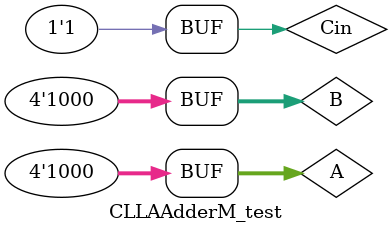
<source format=v>
`timescale 1ns / 1ps


module CLLAAdderM_test;

	// Inputs
	reg [3:0] A;
	reg [3:0] B;
	reg Cin;

	// Outputs
	wire [3:0] F;
	wire Cout;

	// Instantiate the Unit Under Test (UUT)
	CLLAAdderM uut (
		.A(A), 
		.B(B), 
		.Cin(Cin), 
		.F(F), 
		.Cout(Cout)
	);

	initial begin
		// Initialize Inputs
		A = 0;
		B = 0;
		Cin = 0;

		// Wait 100 ns for global reset to finish
		#100;
        
		// Add stimulus here
		A =0 ;B = 0;Cin=0;
		#100;
		A=1;B=0;Cin=0;
		#100;
		A=0;B=1;Cin=0;
		#100;
		A=1;B=1;Cin=0;
		#100;
		A=2;B=1;Cin=0;
		#100;
		A=1;B=1;Cin=1;
		#100;
		A=8;B=8;Cin=1;
	end
      
endmodule


</source>
